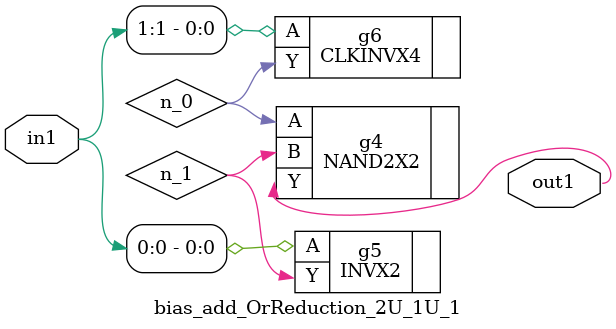
<source format=v>
`timescale 1ps / 1ps


module bias_add_OrReduction_2U_1U_1(in1, out1);
  input [1:0] in1;
  output out1;
  wire [1:0] in1;
  wire out1;
  wire n_0, n_1;
  NAND2X2 g4(.A (n_0), .B (n_1), .Y (out1));
  INVX2 g5(.A (in1[0]), .Y (n_1));
  CLKINVX4 g6(.A (in1[1]), .Y (n_0));
endmodule



</source>
